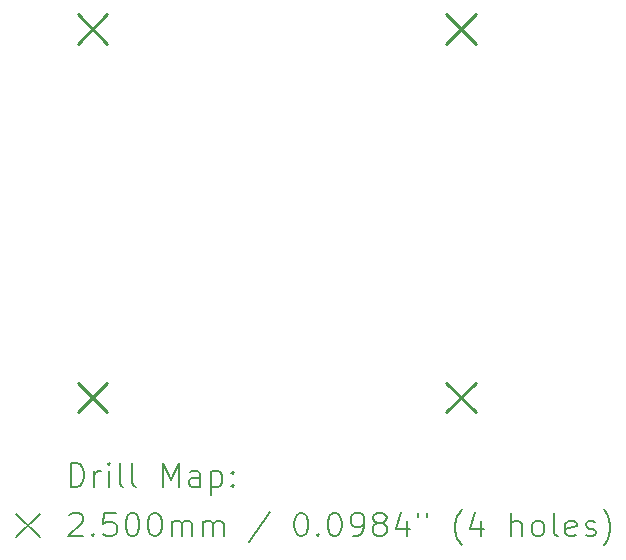
<source format=gbr>
%TF.GenerationSoftware,KiCad,Pcbnew,7.0.6*%
%TF.CreationDate,2024-05-06T23:55:01+03:00*%
%TF.ProjectId,board-holder,626f6172-642d-4686-9f6c-6465722e6b69,rev?*%
%TF.SameCoordinates,Original*%
%TF.FileFunction,Drillmap*%
%TF.FilePolarity,Positive*%
%FSLAX45Y45*%
G04 Gerber Fmt 4.5, Leading zero omitted, Abs format (unit mm)*
G04 Created by KiCad (PCBNEW 7.0.6) date 2024-05-06 23:55:01*
%MOMM*%
%LPD*%
G01*
G04 APERTURE LIST*
%ADD10C,0.200000*%
%ADD11C,0.250000*%
G04 APERTURE END LIST*
D10*
D11*
X9840097Y-9764289D02*
X10090097Y-10014289D01*
X10090097Y-9764289D02*
X9840097Y-10014289D01*
X9840097Y-12884289D02*
X10090097Y-13134289D01*
X10090097Y-12884289D02*
X9840097Y-13134289D01*
X12960096Y-9764289D02*
X13210096Y-10014289D01*
X13210096Y-9764289D02*
X12960096Y-10014289D01*
X12960096Y-12884289D02*
X13210096Y-13134289D01*
X13210096Y-12884289D02*
X12960096Y-13134289D01*
D10*
X9780873Y-13765773D02*
X9780873Y-13565773D01*
X9780873Y-13565773D02*
X9828492Y-13565773D01*
X9828492Y-13565773D02*
X9857064Y-13575297D01*
X9857064Y-13575297D02*
X9876111Y-13594344D01*
X9876111Y-13594344D02*
X9885635Y-13613392D01*
X9885635Y-13613392D02*
X9895159Y-13651487D01*
X9895159Y-13651487D02*
X9895159Y-13680059D01*
X9895159Y-13680059D02*
X9885635Y-13718154D01*
X9885635Y-13718154D02*
X9876111Y-13737202D01*
X9876111Y-13737202D02*
X9857064Y-13756249D01*
X9857064Y-13756249D02*
X9828492Y-13765773D01*
X9828492Y-13765773D02*
X9780873Y-13765773D01*
X9980873Y-13765773D02*
X9980873Y-13632440D01*
X9980873Y-13670535D02*
X9990397Y-13651487D01*
X9990397Y-13651487D02*
X9999921Y-13641963D01*
X9999921Y-13641963D02*
X10018969Y-13632440D01*
X10018969Y-13632440D02*
X10038016Y-13632440D01*
X10104683Y-13765773D02*
X10104683Y-13632440D01*
X10104683Y-13565773D02*
X10095159Y-13575297D01*
X10095159Y-13575297D02*
X10104683Y-13584821D01*
X10104683Y-13584821D02*
X10114207Y-13575297D01*
X10114207Y-13575297D02*
X10104683Y-13565773D01*
X10104683Y-13565773D02*
X10104683Y-13584821D01*
X10228492Y-13765773D02*
X10209445Y-13756249D01*
X10209445Y-13756249D02*
X10199921Y-13737202D01*
X10199921Y-13737202D02*
X10199921Y-13565773D01*
X10333254Y-13765773D02*
X10314207Y-13756249D01*
X10314207Y-13756249D02*
X10304683Y-13737202D01*
X10304683Y-13737202D02*
X10304683Y-13565773D01*
X10561826Y-13765773D02*
X10561826Y-13565773D01*
X10561826Y-13565773D02*
X10628492Y-13708630D01*
X10628492Y-13708630D02*
X10695159Y-13565773D01*
X10695159Y-13565773D02*
X10695159Y-13765773D01*
X10876111Y-13765773D02*
X10876111Y-13661011D01*
X10876111Y-13661011D02*
X10866588Y-13641963D01*
X10866588Y-13641963D02*
X10847540Y-13632440D01*
X10847540Y-13632440D02*
X10809445Y-13632440D01*
X10809445Y-13632440D02*
X10790397Y-13641963D01*
X10876111Y-13756249D02*
X10857064Y-13765773D01*
X10857064Y-13765773D02*
X10809445Y-13765773D01*
X10809445Y-13765773D02*
X10790397Y-13756249D01*
X10790397Y-13756249D02*
X10780873Y-13737202D01*
X10780873Y-13737202D02*
X10780873Y-13718154D01*
X10780873Y-13718154D02*
X10790397Y-13699106D01*
X10790397Y-13699106D02*
X10809445Y-13689583D01*
X10809445Y-13689583D02*
X10857064Y-13689583D01*
X10857064Y-13689583D02*
X10876111Y-13680059D01*
X10971350Y-13632440D02*
X10971350Y-13832440D01*
X10971350Y-13641963D02*
X10990397Y-13632440D01*
X10990397Y-13632440D02*
X11028492Y-13632440D01*
X11028492Y-13632440D02*
X11047540Y-13641963D01*
X11047540Y-13641963D02*
X11057064Y-13651487D01*
X11057064Y-13651487D02*
X11066588Y-13670535D01*
X11066588Y-13670535D02*
X11066588Y-13727678D01*
X11066588Y-13727678D02*
X11057064Y-13746725D01*
X11057064Y-13746725D02*
X11047540Y-13756249D01*
X11047540Y-13756249D02*
X11028492Y-13765773D01*
X11028492Y-13765773D02*
X10990397Y-13765773D01*
X10990397Y-13765773D02*
X10971350Y-13756249D01*
X11152302Y-13746725D02*
X11161826Y-13756249D01*
X11161826Y-13756249D02*
X11152302Y-13765773D01*
X11152302Y-13765773D02*
X11142778Y-13756249D01*
X11142778Y-13756249D02*
X11152302Y-13746725D01*
X11152302Y-13746725D02*
X11152302Y-13765773D01*
X11152302Y-13641963D02*
X11161826Y-13651487D01*
X11161826Y-13651487D02*
X11152302Y-13661011D01*
X11152302Y-13661011D02*
X11142778Y-13651487D01*
X11142778Y-13651487D02*
X11152302Y-13641963D01*
X11152302Y-13641963D02*
X11152302Y-13661011D01*
X9320097Y-13994289D02*
X9520097Y-14194289D01*
X9520097Y-13994289D02*
X9320097Y-14194289D01*
X9771350Y-14004821D02*
X9780873Y-13995297D01*
X9780873Y-13995297D02*
X9799921Y-13985773D01*
X9799921Y-13985773D02*
X9847540Y-13985773D01*
X9847540Y-13985773D02*
X9866588Y-13995297D01*
X9866588Y-13995297D02*
X9876111Y-14004821D01*
X9876111Y-14004821D02*
X9885635Y-14023868D01*
X9885635Y-14023868D02*
X9885635Y-14042916D01*
X9885635Y-14042916D02*
X9876111Y-14071487D01*
X9876111Y-14071487D02*
X9761826Y-14185773D01*
X9761826Y-14185773D02*
X9885635Y-14185773D01*
X9971350Y-14166725D02*
X9980873Y-14176249D01*
X9980873Y-14176249D02*
X9971350Y-14185773D01*
X9971350Y-14185773D02*
X9961826Y-14176249D01*
X9961826Y-14176249D02*
X9971350Y-14166725D01*
X9971350Y-14166725D02*
X9971350Y-14185773D01*
X10161826Y-13985773D02*
X10066588Y-13985773D01*
X10066588Y-13985773D02*
X10057064Y-14081011D01*
X10057064Y-14081011D02*
X10066588Y-14071487D01*
X10066588Y-14071487D02*
X10085635Y-14061963D01*
X10085635Y-14061963D02*
X10133254Y-14061963D01*
X10133254Y-14061963D02*
X10152302Y-14071487D01*
X10152302Y-14071487D02*
X10161826Y-14081011D01*
X10161826Y-14081011D02*
X10171350Y-14100059D01*
X10171350Y-14100059D02*
X10171350Y-14147678D01*
X10171350Y-14147678D02*
X10161826Y-14166725D01*
X10161826Y-14166725D02*
X10152302Y-14176249D01*
X10152302Y-14176249D02*
X10133254Y-14185773D01*
X10133254Y-14185773D02*
X10085635Y-14185773D01*
X10085635Y-14185773D02*
X10066588Y-14176249D01*
X10066588Y-14176249D02*
X10057064Y-14166725D01*
X10295159Y-13985773D02*
X10314207Y-13985773D01*
X10314207Y-13985773D02*
X10333254Y-13995297D01*
X10333254Y-13995297D02*
X10342778Y-14004821D01*
X10342778Y-14004821D02*
X10352302Y-14023868D01*
X10352302Y-14023868D02*
X10361826Y-14061963D01*
X10361826Y-14061963D02*
X10361826Y-14109583D01*
X10361826Y-14109583D02*
X10352302Y-14147678D01*
X10352302Y-14147678D02*
X10342778Y-14166725D01*
X10342778Y-14166725D02*
X10333254Y-14176249D01*
X10333254Y-14176249D02*
X10314207Y-14185773D01*
X10314207Y-14185773D02*
X10295159Y-14185773D01*
X10295159Y-14185773D02*
X10276111Y-14176249D01*
X10276111Y-14176249D02*
X10266588Y-14166725D01*
X10266588Y-14166725D02*
X10257064Y-14147678D01*
X10257064Y-14147678D02*
X10247540Y-14109583D01*
X10247540Y-14109583D02*
X10247540Y-14061963D01*
X10247540Y-14061963D02*
X10257064Y-14023868D01*
X10257064Y-14023868D02*
X10266588Y-14004821D01*
X10266588Y-14004821D02*
X10276111Y-13995297D01*
X10276111Y-13995297D02*
X10295159Y-13985773D01*
X10485635Y-13985773D02*
X10504683Y-13985773D01*
X10504683Y-13985773D02*
X10523731Y-13995297D01*
X10523731Y-13995297D02*
X10533254Y-14004821D01*
X10533254Y-14004821D02*
X10542778Y-14023868D01*
X10542778Y-14023868D02*
X10552302Y-14061963D01*
X10552302Y-14061963D02*
X10552302Y-14109583D01*
X10552302Y-14109583D02*
X10542778Y-14147678D01*
X10542778Y-14147678D02*
X10533254Y-14166725D01*
X10533254Y-14166725D02*
X10523731Y-14176249D01*
X10523731Y-14176249D02*
X10504683Y-14185773D01*
X10504683Y-14185773D02*
X10485635Y-14185773D01*
X10485635Y-14185773D02*
X10466588Y-14176249D01*
X10466588Y-14176249D02*
X10457064Y-14166725D01*
X10457064Y-14166725D02*
X10447540Y-14147678D01*
X10447540Y-14147678D02*
X10438016Y-14109583D01*
X10438016Y-14109583D02*
X10438016Y-14061963D01*
X10438016Y-14061963D02*
X10447540Y-14023868D01*
X10447540Y-14023868D02*
X10457064Y-14004821D01*
X10457064Y-14004821D02*
X10466588Y-13995297D01*
X10466588Y-13995297D02*
X10485635Y-13985773D01*
X10638016Y-14185773D02*
X10638016Y-14052440D01*
X10638016Y-14071487D02*
X10647540Y-14061963D01*
X10647540Y-14061963D02*
X10666588Y-14052440D01*
X10666588Y-14052440D02*
X10695159Y-14052440D01*
X10695159Y-14052440D02*
X10714207Y-14061963D01*
X10714207Y-14061963D02*
X10723731Y-14081011D01*
X10723731Y-14081011D02*
X10723731Y-14185773D01*
X10723731Y-14081011D02*
X10733254Y-14061963D01*
X10733254Y-14061963D02*
X10752302Y-14052440D01*
X10752302Y-14052440D02*
X10780873Y-14052440D01*
X10780873Y-14052440D02*
X10799921Y-14061963D01*
X10799921Y-14061963D02*
X10809445Y-14081011D01*
X10809445Y-14081011D02*
X10809445Y-14185773D01*
X10904683Y-14185773D02*
X10904683Y-14052440D01*
X10904683Y-14071487D02*
X10914207Y-14061963D01*
X10914207Y-14061963D02*
X10933254Y-14052440D01*
X10933254Y-14052440D02*
X10961826Y-14052440D01*
X10961826Y-14052440D02*
X10980873Y-14061963D01*
X10980873Y-14061963D02*
X10990397Y-14081011D01*
X10990397Y-14081011D02*
X10990397Y-14185773D01*
X10990397Y-14081011D02*
X10999921Y-14061963D01*
X10999921Y-14061963D02*
X11018969Y-14052440D01*
X11018969Y-14052440D02*
X11047540Y-14052440D01*
X11047540Y-14052440D02*
X11066588Y-14061963D01*
X11066588Y-14061963D02*
X11076112Y-14081011D01*
X11076112Y-14081011D02*
X11076112Y-14185773D01*
X11466588Y-13976249D02*
X11295159Y-14233392D01*
X11723731Y-13985773D02*
X11742778Y-13985773D01*
X11742778Y-13985773D02*
X11761826Y-13995297D01*
X11761826Y-13995297D02*
X11771350Y-14004821D01*
X11771350Y-14004821D02*
X11780873Y-14023868D01*
X11780873Y-14023868D02*
X11790397Y-14061963D01*
X11790397Y-14061963D02*
X11790397Y-14109583D01*
X11790397Y-14109583D02*
X11780873Y-14147678D01*
X11780873Y-14147678D02*
X11771350Y-14166725D01*
X11771350Y-14166725D02*
X11761826Y-14176249D01*
X11761826Y-14176249D02*
X11742778Y-14185773D01*
X11742778Y-14185773D02*
X11723731Y-14185773D01*
X11723731Y-14185773D02*
X11704683Y-14176249D01*
X11704683Y-14176249D02*
X11695159Y-14166725D01*
X11695159Y-14166725D02*
X11685635Y-14147678D01*
X11685635Y-14147678D02*
X11676112Y-14109583D01*
X11676112Y-14109583D02*
X11676112Y-14061963D01*
X11676112Y-14061963D02*
X11685635Y-14023868D01*
X11685635Y-14023868D02*
X11695159Y-14004821D01*
X11695159Y-14004821D02*
X11704683Y-13995297D01*
X11704683Y-13995297D02*
X11723731Y-13985773D01*
X11876112Y-14166725D02*
X11885635Y-14176249D01*
X11885635Y-14176249D02*
X11876112Y-14185773D01*
X11876112Y-14185773D02*
X11866588Y-14176249D01*
X11866588Y-14176249D02*
X11876112Y-14166725D01*
X11876112Y-14166725D02*
X11876112Y-14185773D01*
X12009445Y-13985773D02*
X12028493Y-13985773D01*
X12028493Y-13985773D02*
X12047540Y-13995297D01*
X12047540Y-13995297D02*
X12057064Y-14004821D01*
X12057064Y-14004821D02*
X12066588Y-14023868D01*
X12066588Y-14023868D02*
X12076112Y-14061963D01*
X12076112Y-14061963D02*
X12076112Y-14109583D01*
X12076112Y-14109583D02*
X12066588Y-14147678D01*
X12066588Y-14147678D02*
X12057064Y-14166725D01*
X12057064Y-14166725D02*
X12047540Y-14176249D01*
X12047540Y-14176249D02*
X12028493Y-14185773D01*
X12028493Y-14185773D02*
X12009445Y-14185773D01*
X12009445Y-14185773D02*
X11990397Y-14176249D01*
X11990397Y-14176249D02*
X11980873Y-14166725D01*
X11980873Y-14166725D02*
X11971350Y-14147678D01*
X11971350Y-14147678D02*
X11961826Y-14109583D01*
X11961826Y-14109583D02*
X11961826Y-14061963D01*
X11961826Y-14061963D02*
X11971350Y-14023868D01*
X11971350Y-14023868D02*
X11980873Y-14004821D01*
X11980873Y-14004821D02*
X11990397Y-13995297D01*
X11990397Y-13995297D02*
X12009445Y-13985773D01*
X12171350Y-14185773D02*
X12209445Y-14185773D01*
X12209445Y-14185773D02*
X12228493Y-14176249D01*
X12228493Y-14176249D02*
X12238016Y-14166725D01*
X12238016Y-14166725D02*
X12257064Y-14138154D01*
X12257064Y-14138154D02*
X12266588Y-14100059D01*
X12266588Y-14100059D02*
X12266588Y-14023868D01*
X12266588Y-14023868D02*
X12257064Y-14004821D01*
X12257064Y-14004821D02*
X12247540Y-13995297D01*
X12247540Y-13995297D02*
X12228493Y-13985773D01*
X12228493Y-13985773D02*
X12190397Y-13985773D01*
X12190397Y-13985773D02*
X12171350Y-13995297D01*
X12171350Y-13995297D02*
X12161826Y-14004821D01*
X12161826Y-14004821D02*
X12152302Y-14023868D01*
X12152302Y-14023868D02*
X12152302Y-14071487D01*
X12152302Y-14071487D02*
X12161826Y-14090535D01*
X12161826Y-14090535D02*
X12171350Y-14100059D01*
X12171350Y-14100059D02*
X12190397Y-14109583D01*
X12190397Y-14109583D02*
X12228493Y-14109583D01*
X12228493Y-14109583D02*
X12247540Y-14100059D01*
X12247540Y-14100059D02*
X12257064Y-14090535D01*
X12257064Y-14090535D02*
X12266588Y-14071487D01*
X12380873Y-14071487D02*
X12361826Y-14061963D01*
X12361826Y-14061963D02*
X12352302Y-14052440D01*
X12352302Y-14052440D02*
X12342778Y-14033392D01*
X12342778Y-14033392D02*
X12342778Y-14023868D01*
X12342778Y-14023868D02*
X12352302Y-14004821D01*
X12352302Y-14004821D02*
X12361826Y-13995297D01*
X12361826Y-13995297D02*
X12380873Y-13985773D01*
X12380873Y-13985773D02*
X12418969Y-13985773D01*
X12418969Y-13985773D02*
X12438016Y-13995297D01*
X12438016Y-13995297D02*
X12447540Y-14004821D01*
X12447540Y-14004821D02*
X12457064Y-14023868D01*
X12457064Y-14023868D02*
X12457064Y-14033392D01*
X12457064Y-14033392D02*
X12447540Y-14052440D01*
X12447540Y-14052440D02*
X12438016Y-14061963D01*
X12438016Y-14061963D02*
X12418969Y-14071487D01*
X12418969Y-14071487D02*
X12380873Y-14071487D01*
X12380873Y-14071487D02*
X12361826Y-14081011D01*
X12361826Y-14081011D02*
X12352302Y-14090535D01*
X12352302Y-14090535D02*
X12342778Y-14109583D01*
X12342778Y-14109583D02*
X12342778Y-14147678D01*
X12342778Y-14147678D02*
X12352302Y-14166725D01*
X12352302Y-14166725D02*
X12361826Y-14176249D01*
X12361826Y-14176249D02*
X12380873Y-14185773D01*
X12380873Y-14185773D02*
X12418969Y-14185773D01*
X12418969Y-14185773D02*
X12438016Y-14176249D01*
X12438016Y-14176249D02*
X12447540Y-14166725D01*
X12447540Y-14166725D02*
X12457064Y-14147678D01*
X12457064Y-14147678D02*
X12457064Y-14109583D01*
X12457064Y-14109583D02*
X12447540Y-14090535D01*
X12447540Y-14090535D02*
X12438016Y-14081011D01*
X12438016Y-14081011D02*
X12418969Y-14071487D01*
X12628493Y-14052440D02*
X12628493Y-14185773D01*
X12580873Y-13976249D02*
X12533254Y-14119106D01*
X12533254Y-14119106D02*
X12657064Y-14119106D01*
X12723731Y-13985773D02*
X12723731Y-14023868D01*
X12799921Y-13985773D02*
X12799921Y-14023868D01*
X13095159Y-14261963D02*
X13085635Y-14252440D01*
X13085635Y-14252440D02*
X13066588Y-14223868D01*
X13066588Y-14223868D02*
X13057064Y-14204821D01*
X13057064Y-14204821D02*
X13047540Y-14176249D01*
X13047540Y-14176249D02*
X13038016Y-14128630D01*
X13038016Y-14128630D02*
X13038016Y-14090535D01*
X13038016Y-14090535D02*
X13047540Y-14042916D01*
X13047540Y-14042916D02*
X13057064Y-14014344D01*
X13057064Y-14014344D02*
X13066588Y-13995297D01*
X13066588Y-13995297D02*
X13085635Y-13966725D01*
X13085635Y-13966725D02*
X13095159Y-13957202D01*
X13257064Y-14052440D02*
X13257064Y-14185773D01*
X13209445Y-13976249D02*
X13161826Y-14119106D01*
X13161826Y-14119106D02*
X13285635Y-14119106D01*
X13514207Y-14185773D02*
X13514207Y-13985773D01*
X13599921Y-14185773D02*
X13599921Y-14081011D01*
X13599921Y-14081011D02*
X13590397Y-14061963D01*
X13590397Y-14061963D02*
X13571350Y-14052440D01*
X13571350Y-14052440D02*
X13542778Y-14052440D01*
X13542778Y-14052440D02*
X13523731Y-14061963D01*
X13523731Y-14061963D02*
X13514207Y-14071487D01*
X13723731Y-14185773D02*
X13704683Y-14176249D01*
X13704683Y-14176249D02*
X13695159Y-14166725D01*
X13695159Y-14166725D02*
X13685636Y-14147678D01*
X13685636Y-14147678D02*
X13685636Y-14090535D01*
X13685636Y-14090535D02*
X13695159Y-14071487D01*
X13695159Y-14071487D02*
X13704683Y-14061963D01*
X13704683Y-14061963D02*
X13723731Y-14052440D01*
X13723731Y-14052440D02*
X13752302Y-14052440D01*
X13752302Y-14052440D02*
X13771350Y-14061963D01*
X13771350Y-14061963D02*
X13780874Y-14071487D01*
X13780874Y-14071487D02*
X13790397Y-14090535D01*
X13790397Y-14090535D02*
X13790397Y-14147678D01*
X13790397Y-14147678D02*
X13780874Y-14166725D01*
X13780874Y-14166725D02*
X13771350Y-14176249D01*
X13771350Y-14176249D02*
X13752302Y-14185773D01*
X13752302Y-14185773D02*
X13723731Y-14185773D01*
X13904683Y-14185773D02*
X13885636Y-14176249D01*
X13885636Y-14176249D02*
X13876112Y-14157202D01*
X13876112Y-14157202D02*
X13876112Y-13985773D01*
X14057064Y-14176249D02*
X14038017Y-14185773D01*
X14038017Y-14185773D02*
X13999921Y-14185773D01*
X13999921Y-14185773D02*
X13980874Y-14176249D01*
X13980874Y-14176249D02*
X13971350Y-14157202D01*
X13971350Y-14157202D02*
X13971350Y-14081011D01*
X13971350Y-14081011D02*
X13980874Y-14061963D01*
X13980874Y-14061963D02*
X13999921Y-14052440D01*
X13999921Y-14052440D02*
X14038017Y-14052440D01*
X14038017Y-14052440D02*
X14057064Y-14061963D01*
X14057064Y-14061963D02*
X14066588Y-14081011D01*
X14066588Y-14081011D02*
X14066588Y-14100059D01*
X14066588Y-14100059D02*
X13971350Y-14119106D01*
X14142778Y-14176249D02*
X14161826Y-14185773D01*
X14161826Y-14185773D02*
X14199921Y-14185773D01*
X14199921Y-14185773D02*
X14218969Y-14176249D01*
X14218969Y-14176249D02*
X14228493Y-14157202D01*
X14228493Y-14157202D02*
X14228493Y-14147678D01*
X14228493Y-14147678D02*
X14218969Y-14128630D01*
X14218969Y-14128630D02*
X14199921Y-14119106D01*
X14199921Y-14119106D02*
X14171350Y-14119106D01*
X14171350Y-14119106D02*
X14152302Y-14109583D01*
X14152302Y-14109583D02*
X14142778Y-14090535D01*
X14142778Y-14090535D02*
X14142778Y-14081011D01*
X14142778Y-14081011D02*
X14152302Y-14061963D01*
X14152302Y-14061963D02*
X14171350Y-14052440D01*
X14171350Y-14052440D02*
X14199921Y-14052440D01*
X14199921Y-14052440D02*
X14218969Y-14061963D01*
X14295159Y-14261963D02*
X14304683Y-14252440D01*
X14304683Y-14252440D02*
X14323731Y-14223868D01*
X14323731Y-14223868D02*
X14333255Y-14204821D01*
X14333255Y-14204821D02*
X14342778Y-14176249D01*
X14342778Y-14176249D02*
X14352302Y-14128630D01*
X14352302Y-14128630D02*
X14352302Y-14090535D01*
X14352302Y-14090535D02*
X14342778Y-14042916D01*
X14342778Y-14042916D02*
X14333255Y-14014344D01*
X14333255Y-14014344D02*
X14323731Y-13995297D01*
X14323731Y-13995297D02*
X14304683Y-13966725D01*
X14304683Y-13966725D02*
X14295159Y-13957202D01*
M02*

</source>
